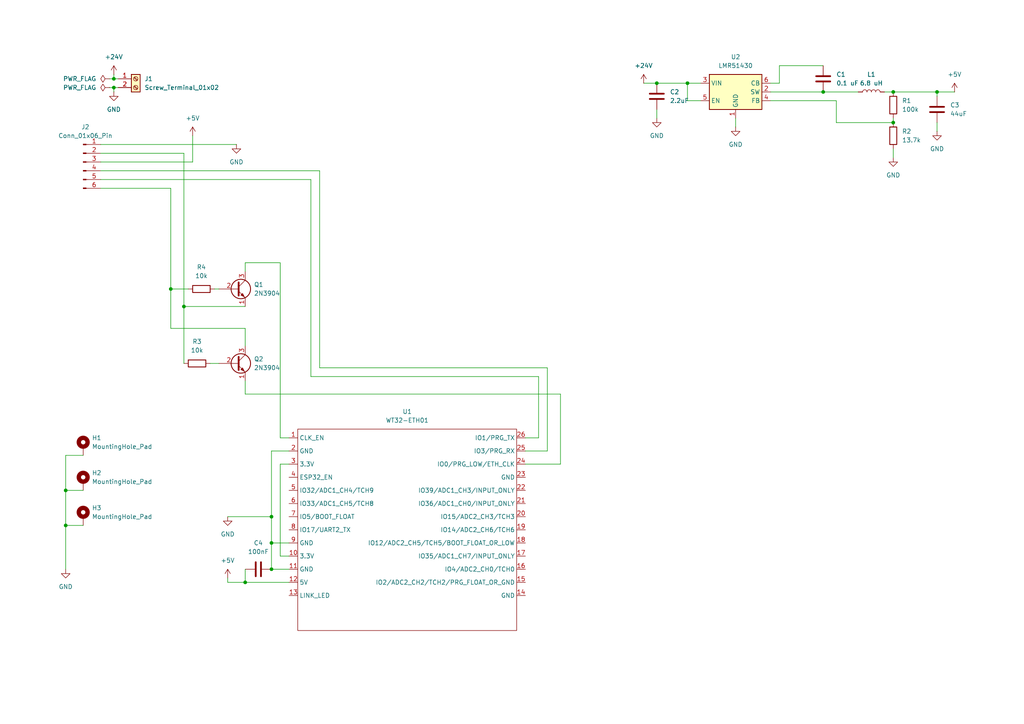
<source format=kicad_sch>
(kicad_sch (version 20231120) (generator "eeschema") (generator_version "8.0")
  (paper "A4")
  (lib_symbols
    (symbol "Connector:Conn_01x06_Pin" (pin_names (offset 1.016) hide)
      (property "Reference" "J" (at 0 7.62 0))
      (property "Value" "Conn_01x06_Pin" (at 0 -10.16 0))
      (symbol "Conn_01x06_Pin_1_1"
        (polyline (pts (xy 1.27 -7.62) (xy 0.8636 -7.62)) (stroke (width 0.1524)))
        (polyline (pts (xy 1.27 -5.08) (xy 0.8636 -5.08)) (stroke (width 0.1524)))
        (polyline (pts (xy 1.27 -2.54) (xy 0.8636 -2.54)) (stroke (width 0.1524)))
        (polyline (pts (xy 1.27 0) (xy 0.8636 0)) (stroke (width 0.1524)))
        (polyline (pts (xy 1.27 2.54) (xy 0.8636 2.54)) (stroke (width 0.1524)))
        (polyline (pts (xy 1.27 5.08) (xy 0.8636 5.08)) (stroke (width 0.1524)))
        (rectangle (start 0.8636 -7.493) (end 0 -7.747) (stroke (width 0.1524)) (fill (type outline)))
        (rectangle (start 0.8636 -4.953) (end 0 -5.207) (stroke (width 0.1524)) (fill (type outline)))
        (rectangle (start 0.8636 -2.413) (end 0 -2.667) (stroke (width 0.1524)) (fill (type outline)))
        (rectangle (start 0.8636 0.127) (end 0 -0.127) (stroke (width 0.1524)) (fill (type outline)))
        (rectangle (start 0.8636 2.667) (end 0 2.413) (stroke (width 0.1524)) (fill (type outline)))
        (rectangle (start 0.8636 5.207) (end 0 4.953) (stroke (width 0.1524)) (fill (type outline)))
        (pin passive line (at 5.08 5.08 180) (length 3.81) (name "Pin_1") (number "1"))
        (pin passive line (at 5.08 2.54 180) (length 3.81) (name "Pin_2") (number "2"))
        (pin passive line (at 5.08 0 180) (length 3.81) (name "Pin_3") (number "3"))
        (pin passive line (at 5.08 -2.54 180) (length 3.81) (name "Pin_4") (number "4"))
        (pin passive line (at 5.08 -5.08 180) (length 3.81) (name "Pin_5") (number "5"))
        (pin passive line (at 5.08 -7.62 180) (length 3.81) (name "Pin_6") (number "6"))
      )
    )
    (symbol "Connector:Screw_Terminal_01x02" (pin_names (offset 1.016) hide)
      (property "Reference" "J" (at 0 2.54 0))
      (property "Value" "Screw_Terminal_01x02" (at 0 -5.08 0))
      (symbol "Screw_Terminal_01x02_1_1"
        (rectangle (start -1.27 1.27) (end 1.27 -3.81) (stroke (width 0.254)) (fill (type background)))
        (circle (center 0 -2.54) (radius 0.635) (stroke (width 0.1524)))
        (polyline (pts (xy -0.5334 -2.2098) (xy 0.3302 -3.048)) (stroke (width 0.1524)))
        (polyline (pts (xy -0.5334 0.3302) (xy 0.3302 -0.508)) (stroke (width 0.1524)))
        (polyline (pts (xy -0.3556 -2.032) (xy 0.508 -2.8702)) (stroke (width 0.1524)))
        (polyline (pts (xy -0.3556 0.508) (xy 0.508 -0.3302)) (stroke (width 0.1524)))
        (circle (center 0 0) (radius 0.635) (stroke (width 0.1524)))
        (pin passive line (at -5.08 0 0) (length 3.81) (name "Pin_1") (number "1"))
        (pin passive line (at -5.08 -2.54 0) (length 3.81) (name "Pin_2") (number "2"))
      )
    )
    (symbol "Device:C" (pin_numbers hide) (pin_names (offset 0.254))
      (property "Reference" "C" (at 0.635 2.54 0))
      (property "Value" "C" (at 0.635 -2.54 0))
      (symbol "C_0_1"
        (polyline (pts (xy -2.032 -0.762) (xy 2.032 -0.762)) (stroke (width 0.508)))
        (polyline (pts (xy -2.032 0.762) (xy 2.032 0.762)) (stroke (width 0.508)))
      )
      (symbol "C_1_1"
        (pin passive line (at 0 3.81 270) (length 2.794) (name "~") (number "1"))
        (pin passive line (at 0 -3.81 90) (length 2.794) (name "~") (number "2"))
      )
    )
    (symbol "Device:L" (pin_numbers hide) (pin_names (offset 1.016) hide)
      (property "Reference" "L" (at -1.27 0 90))
      (property "Value" "L" (at 1.905 0 90))
      (symbol "L_0_1"
        (arc (start 0 -2.54) (mid 0.6323 -1.905) (end 0 -1.27))
        (arc (start 0 -1.27) (mid 0.6323 -0.635) (end 0 0))
        (arc (start 0 0) (mid 0.6323 0.635) (end 0 1.27))
        (arc (start 0 1.27) (mid 0.6323 1.905) (end 0 2.54))
      )
      (symbol "L_1_1"
        (pin passive line (at 0 3.81 270) (length 1.27) (name "1") (number "1"))
        (pin passive line (at 0 -3.81 90) (length 1.27) (name "2") (number "2"))
      )
    )
    (symbol "Device:R" (pin_numbers hide) (pin_names (offset 0))
      (property "Reference" "R" (at 2.032 0 90))
      (property "Value" "R" (at 0 0 90))
      (symbol "R_0_1"
        (rectangle (start -1.016 -2.54) (end 1.016 2.54) (stroke (width 0.254)))
      )
      (symbol "R_1_1"
        (pin passive line (at 0 3.81 270) (length 1.27) (name "~") (number "1"))
        (pin passive line (at 0 -3.81 90) (length 1.27) (name "~") (number "2"))
      )
    )
    (symbol "Mechanical:MountingHole_Pad" (pin_numbers hide) (pin_names (offset 1.016) hide) (exclude_from_sim yes) (in_bom no)
      (property "Reference" "H" (at 0 6.35 0))
      (property "Value" "MountingHole_Pad" (at 0 4.445 0))
      (symbol "MountingHole_Pad_0_1"
        (circle (center 0 1.27) (radius 1.27) (stroke (width 1.27)))
      )
      (symbol "MountingHole_Pad_1_1"
        (pin input line (at 0 -2.54 90) (length 2.54) (name "1") (number "1"))
      )
    )
    (symbol "PhantomVault:WT32-ETH01"
      (property "Reference" "U" (at 0 -22.86 0))
      (property "Value" "WT32-ETH01" (at 0 -25.4 0))
      (symbol "WT32-ETH01_0_1"
        (rectangle (start -31.75 29.21) (end 31.75 -29.21))
      )
      (symbol "WT32-ETH01_1_1"
        (pin bidirectional line (at -34.29 26.67 0) (length 2.54) (name "CLK_EN") (number "1"))
        (pin power_out line (at -34.29 -7.62 0) (length 2.54) (name "3.3V") (number "10"))
        (pin power_in line (at -34.29 -11.43 0) (length 2.54) (name "GND") (number "11"))
        (pin power_in line (at -34.29 -15.24 0) (length 2.54) (name "5V") (number "12"))
        (pin output line (at -34.29 -19.05 0) (length 2.54) (name "LINK_LED") (number "13"))
        (pin power_in line (at 34.29 -19.05 180) (length 2.54) (name "GND") (number "14"))
        (pin bidirectional line (at 34.29 -15.24 180) (length 2.54) (name "IO2/ADC2_CH2/TCH2/PRG_FLOAT_OR_GND") (number "15"))
        (pin bidirectional line (at 34.29 -11.43 180) (length 2.54) (name "IO4/ADC2_CH0/TCH0") (number "16"))
        (pin input line (at 34.29 -7.62 180) (length 2.54) (name "IO35/ADC1_CH7/INPUT_ONLY") (number "17"))
        (pin bidirectional line (at 34.29 -3.81 180) (length 2.54) (name "IO12/ADC2_CH5/TCH5/BOOT_FLOAT_OR_LOW") (number "18"))
        (pin bidirectional line (at 34.29 0 180) (length 2.54) (name "IO14/ADC2_CH6/TCH6") (number "19"))
        (pin power_in line (at -34.29 22.86 0) (length 2.54) (name "GND") (number "2"))
        (pin bidirectional line (at 34.29 3.81 180) (length 2.54) (name "IO15/ADC2_CH3/TCH3") (number "20"))
        (pin input line (at 34.29 7.62 180) (length 2.54) (name "IO36/ADC1_CH0/INPUT_ONLY") (number "21"))
        (pin input line (at 34.29 11.43 180) (length 2.54) (name "IO39/ADC1_CH3/INPUT_ONLY") (number "22"))
        (pin power_in line (at 34.29 15.24 180) (length 2.54) (name "GND") (number "23"))
        (pin bidirectional line (at 34.29 19.05 180) (length 2.54) (name "IO0/PRG_LOW/ETH_CLK") (number "24"))
        (pin bidirectional line (at 34.29 22.86 180) (length 2.54) (name "IO3/PRG_RX") (number "25"))
        (pin bidirectional line (at 34.29 26.67 180) (length 2.54) (name "IO1/PRG_TX") (number "26"))
        (pin power_out line (at -34.29 19.05 0) (length 2.54) (name "3.3V") (number "3"))
        (pin bidirectional line (at -34.29 15.24 0) (length 2.54) (name "ESP32_EN") (number "4"))
        (pin bidirectional line (at -34.29 11.43 0) (length 2.54) (name "IO32/ADC1_CH4/TCH9") (number "5"))
        (pin bidirectional line (at -34.29 7.62 0) (length 2.54) (name "IO33/ADC1_CH5/TCH8") (number "6"))
        (pin bidirectional line (at -34.29 3.81 0) (length 2.54) (name "IO5/BOOT_FLOAT") (number "7"))
        (pin bidirectional line (at -34.29 0 0) (length 2.54) (name "IO17/UART2_TX") (number "8"))
        (pin power_in line (at -34.29 -3.81 0) (length 2.54) (name "GND") (number "9"))
      )
    )
    (symbol "Regulator_Switching:LMR51430"
      (property "Reference" "U" (at -7.62 6.35 0))
      (property "Value" "LMR51430" (at 0 6.35 0))
      (symbol "LMR51430_0_1"
        (rectangle (start -7.62 5.08) (end 7.62 -5.08) (stroke (width 0.254)) (fill (type background)))
      )
      (symbol "LMR51430_1_1"
        (pin power_in line (at 0 -7.62 90) (length 2.54) (name "GND") (number "1"))
        (pin power_out line (at 10.16 0 180) (length 2.54) (name "SW") (number "2"))
        (pin power_in line (at -10.16 2.54 0) (length 2.54) (name "VIN") (number "3"))
        (pin input line (at 10.16 -2.54 180) (length 2.54) (name "FB") (number "4"))
        (pin input line (at -10.16 -2.54 0) (length 2.54) (name "EN") (number "5"))
        (pin passive line (at 10.16 2.54 180) (length 2.54) (name "CB") (number "6"))
      )
    )
    (symbol "Transistor_BJT:2N3904" (pin_names (offset 0) hide)
      (property "Reference" "Q" (at 5.08 1.905 0))
      (property "Value" "2N3904" (at 5.08 0 0))
      (symbol "2N3904_0_1"
        (polyline (pts (xy 0.635 0.635) (xy 2.54 2.54)))
        (polyline (pts (xy 0.635 -0.635) (xy 2.54 -2.54) (xy 2.54 -2.54)))
        (polyline (pts (xy 0.635 1.905) (xy 0.635 -1.905) (xy 0.635 -1.905)) (stroke (width 0.508)))
        (polyline (pts (xy 1.27 -1.778) (xy 1.778 -1.27) (xy 2.286 -2.286) (xy 1.27 -1.778) (xy 1.27 -1.778)) (fill (type outline)))
        (circle (center 1.27 0) (radius 2.8194) (stroke (width 0.254)))
      )
      (symbol "2N3904_1_1"
        (pin passive line (at 2.54 -5.08 90) (length 2.54) (name "E") (number "1"))
        (pin passive line (at -5.08 0 0) (length 5.715) (name "B") (number "2"))
        (pin passive line (at 2.54 5.08 270) (length 2.54) (name "C") (number "3"))
      )
    )
    (symbol "power:+24V" (power) (pin_numbers hide) (pin_names (offset 0) hide)
      (property "Value" "+24V" (at 0 3.556 0))
      (symbol "+24V_0_1"
        (polyline (pts (xy -0.762 1.27) (xy 0 2.54)))
        (polyline (pts (xy 0 0) (xy 0 2.54)))
        (polyline (pts (xy 0 2.54) (xy 0.762 1.27)))
      )
      (symbol "+24V_1_1"
        (pin power_in line (at 0 0 90) (length 0) (name "~") (number "1"))
      )
    )
    (symbol "power:+5V" (power) (pin_numbers hide) (pin_names (offset 0) hide)
      (property "Value" "+5V" (at 0 3.556 0))
      (symbol "+5V_0_1"
        (polyline (pts (xy -0.762 1.27) (xy 0 2.54)))
        (polyline (pts (xy 0 0) (xy 0 2.54)))
        (polyline (pts (xy 0 2.54) (xy 0.762 1.27)))
      )
      (symbol "+5V_1_1"
        (pin power_in line (at 0 0 90) (length 0) (name "~") (number "1"))
      )
    )
    (symbol "power:GND" (power) (pin_numbers hide) (pin_names (offset 0) hide)
      (property "Value" "GND" (at 0 -3.81 0))
      (symbol "GND_0_1"
        (polyline (pts (xy 0 0) (xy 0 -1.27) (xy 1.27 -1.27) (xy 0 -2.54) (xy -1.27 -1.27) (xy 0 -1.27)))
      )
      (symbol "GND_1_1"
        (pin power_in line (at 0 0 270) (length 0) (name "~") (number "1"))
      )
    )
    (symbol "power:PWR_FLAG" (power) (pin_numbers hide) (pin_names (offset 0) hide)
      (property "Value" "PWR_FLAG" (at 0 3.81 0))
      (symbol "PWR_FLAG_0_0"
        (pin power_out line (at 0 0 90) (length 0) (name "~") (number "1"))
      )
      (symbol "PWR_FLAG_0_1"
        (polyline (pts (xy 0 0) (xy 0 1.27) (xy -1.016 1.905) (xy 0 2.54) (xy 1.016 1.905) (xy 0 1.27)))
      )
    )
  )
  (junction (at 78.74 149.86))
  (junction (at 49.53 83.82))
  (junction (at 53.34 88.9))
  (junction (at 19.05 152.4))
  (junction (at 33.02 22.86))
  (junction (at 33.02 25.4))
  (junction (at 259.08 26.67))
  (junction (at 199.39 24.13))
  (junction (at 71.12 168.91))
  (junction (at 271.78 26.67))
  (junction (at 19.05 142.24))
  (junction (at 190.5 24.13))
  (junction (at 78.74 165.1))
  (junction (at 259.08 35.56))
  (junction (at 238.76 26.67))
  (junction (at 78.74 157.48))
  (wire (pts (xy 53.34 88.9) (xy 53.34 105.41)))
  (wire (pts (xy 71.12 165.1) (xy 71.12 168.91)))
  (wire (pts (xy 259.08 34.29) (xy 259.08 35.56)))
  (wire (pts (xy 223.52 29.21) (xy 242.57 29.21)))
  (wire (pts (xy 71.12 95.25) (xy 49.53 95.25)))
  (wire (pts (xy 238.76 26.67) (xy 248.92 26.67)))
  (wire (pts (xy 34.29 25.4) (xy 33.02 25.4)))
  (wire (pts (xy 81.28 76.2) (xy 71.12 76.2)))
  (wire (pts (xy 90.17 109.22) (xy 90.17 52.07)))
  (wire (pts (xy 259.08 43.18) (xy 259.08 45.72)))
  (wire (pts (xy 53.34 88.9) (xy 71.12 88.9)))
  (wire (pts (xy 29.21 41.91) (xy 68.58 41.91)))
  (wire (pts (xy 223.52 24.13) (xy 226.06 24.13)))
  (wire (pts (xy 31.75 22.86) (xy 33.02 22.86)))
  (wire (pts (xy 156.21 109.22) (xy 90.17 109.22)))
  (wire (pts (xy 242.57 29.21) (xy 242.57 35.56)))
  (wire (pts (xy 49.53 95.25) (xy 49.53 83.82)))
  (wire (pts (xy 33.02 22.86) (xy 33.02 21.59)))
  (wire (pts (xy 156.21 127) (xy 156.21 109.22)))
  (wire (pts (xy 34.29 22.86) (xy 33.02 22.86)))
  (wire (pts (xy 55.88 39.37) (xy 55.88 46.99)))
  (wire (pts (xy 186.69 24.13) (xy 190.5 24.13)))
  (wire (pts (xy 259.08 26.67) (xy 271.78 26.67)))
  (wire (pts (xy 190.5 31.75) (xy 190.5 34.29)))
  (wire (pts (xy 49.53 83.82) (xy 49.53 54.61)))
  (wire (pts (xy 152.4 127) (xy 156.21 127)))
  (wire (pts (xy 78.74 157.48) (xy 78.74 149.86)))
  (wire (pts (xy 78.74 130.81) (xy 83.82 130.81)))
  (wire (pts (xy 29.21 49.53) (xy 92.71 49.53)))
  (wire (pts (xy 158.75 130.81) (xy 152.4 130.81)))
  (wire (pts (xy 66.04 149.86) (xy 78.74 149.86)))
  (wire (pts (xy 81.28 161.29) (xy 81.28 134.62)))
  (wire (pts (xy 71.12 110.49) (xy 71.12 114.3)))
  (wire (pts (xy 19.05 132.08) (xy 19.05 142.24)))
  (wire (pts (xy 162.56 134.62) (xy 152.4 134.62)))
  (wire (pts (xy 213.36 34.29) (xy 213.36 36.83)))
  (wire (pts (xy 24.13 142.24) (xy 19.05 142.24)))
  (wire (pts (xy 66.04 167.64) (xy 66.04 168.91)))
  (wire (pts (xy 31.75 25.4) (xy 33.02 25.4)))
  (wire (pts (xy 24.13 152.4) (xy 19.05 152.4)))
  (wire (pts (xy 33.02 25.4) (xy 33.02 26.67)))
  (wire (pts (xy 203.2 29.21) (xy 199.39 29.21)))
  (wire (pts (xy 158.75 106.68) (xy 158.75 130.81)))
  (wire (pts (xy 71.12 76.2) (xy 71.12 78.74)))
  (wire (pts (xy 92.71 106.68) (xy 158.75 106.68)))
  (wire (pts (xy 190.5 24.13) (xy 199.39 24.13)))
  (wire (pts (xy 271.78 26.67) (xy 276.86 26.67)))
  (wire (pts (xy 223.52 26.67) (xy 238.76 26.67)))
  (wire (pts (xy 49.53 54.61) (xy 29.21 54.61)))
  (wire (pts (xy 78.74 165.1) (xy 78.74 157.48)))
  (wire (pts (xy 78.74 165.1) (xy 83.82 165.1)))
  (wire (pts (xy 19.05 142.24) (xy 19.05 152.4)))
  (wire (pts (xy 66.04 168.91) (xy 71.12 168.91)))
  (wire (pts (xy 92.71 49.53) (xy 92.71 106.68)))
  (wire (pts (xy 83.82 161.29) (xy 81.28 161.29)))
  (wire (pts (xy 90.17 52.07) (xy 29.21 52.07)))
  (wire (pts (xy 242.57 35.56) (xy 259.08 35.56)))
  (wire (pts (xy 81.28 134.62) (xy 83.82 134.62)))
  (wire (pts (xy 162.56 114.3) (xy 162.56 134.62)))
  (wire (pts (xy 226.06 24.13) (xy 226.06 19.05)))
  (wire (pts (xy 78.74 157.48) (xy 83.82 157.48)))
  (wire (pts (xy 71.12 114.3) (xy 162.56 114.3)))
  (wire (pts (xy 71.12 100.33) (xy 71.12 95.25)))
  (wire (pts (xy 19.05 152.4) (xy 19.05 165.1)))
  (wire (pts (xy 62.23 83.82) (xy 63.5 83.82)))
  (wire (pts (xy 271.78 26.67) (xy 271.78 27.94)))
  (wire (pts (xy 71.12 168.91) (xy 83.82 168.91)))
  (wire (pts (xy 81.28 127) (xy 81.28 76.2)))
  (wire (pts (xy 60.96 105.41) (xy 63.5 105.41)))
  (wire (pts (xy 24.13 132.08) (xy 19.05 132.08)))
  (wire (pts (xy 29.21 46.99) (xy 55.88 46.99)))
  (wire (pts (xy 53.34 44.45) (xy 29.21 44.45)))
  (wire (pts (xy 199.39 29.21) (xy 199.39 24.13)))
  (wire (pts (xy 83.82 127) (xy 81.28 127)))
  (wire (pts (xy 271.78 35.56) (xy 271.78 38.1)))
  (wire (pts (xy 78.74 149.86) (xy 78.74 130.81)))
  (wire (pts (xy 199.39 24.13) (xy 203.2 24.13)))
  (wire (pts (xy 49.53 83.82) (xy 54.61 83.82)))
  (wire (pts (xy 226.06 19.05) (xy 238.76 19.05)))
  (wire (pts (xy 53.34 88.9) (xy 53.34 44.45)))
  (wire (pts (xy 256.54 26.67) (xy 259.08 26.67)))
  (symbol (lib_id "power:GND") (at 33.02 26.67 0) (unit 1)
    (property "Reference" "#PWR01" (effects (hide yes)))
    (property "Value" "GND" (at 33.02 31.75 0))
    (property "Description" "Power symbol creates a global label with name \"GND\" , ground" (effects (hide yes)))
  )
  (symbol (lib_id "Device:R") (at 259.08 39.37 0) (unit 1)
    (property "Reference" "R2" (at 261.62 38.0999 0) (effects (justify left)))
    (property "Value" "13.7k" (at 261.62 40.6399 0) (effects (justify left)))
    (property "Footprint" "Resistor_SMD:R_0603_1608Metric_Pad0.98x0.95mm_HandSolder" (effects (hide yes)))
    (property "Description" "Resistor" (effects (hide yes)))
  )
  (symbol (lib_id "Connector:Conn_01x06_Pin") (at 24.13 46.99 0) (unit 1)
    (property "Reference" "J2" (at 24.765 36.83 0))
    (property "Value" "Conn_01x06_Pin" (at 24.765 39.37 0))
    (property "Footprint" "Connector_PinHeader_2.54mm:PinHeader_1x06_P2.54mm_Vertical" (effects (hide yes)))
    (property "Description" "Generic connector, single row, 01x06, script generated" (effects (hide yes)))
  )
  (symbol (lib_id "Device:R") (at 57.15 105.41 90) (unit 1)
    (property "Reference" "R3" (at 57.15 99.06 90))
    (property "Value" "10k" (at 57.15 101.6 90))
    (property "Footprint" "Resistor_SMD:R_0603_1608Metric_Pad0.98x0.95mm_HandSolder" (effects (hide yes)))
    (property "Description" "Resistor" (effects (hide yes)))
  )
  (symbol (lib_id "Mechanical:MountingHole_Pad") (at 24.13 129.54 0) (unit 1) (exclude_from_sim yes) (in_bom no)
    (property "Reference" "H1" (at 26.67 126.9999 0) (effects (justify left)))
    (property "Value" "MountingHole_Pad" (at 26.67 129.5399 0) (effects (justify left)))
    (property "Footprint" "MountingHole:MountingHole_3.2mm_M3_DIN965_Pad" (effects (hide yes)))
    (property "Description" "Mounting Hole with connection" (effects (hide yes)))
  )
  (symbol (lib_id "power:+5V") (at 66.04 167.64 0) (unit 1)
    (property "Reference" "#PWR09" (effects (hide yes)))
    (property "Value" "+5V" (at 66.04 162.56 0))
    (property "Description" "Power symbol creates a global label with name \"+5V\"" (effects (hide yes)))
  )
  (symbol (lib_id "power:+24V") (at 186.69 24.13 0) (unit 1)
    (property "Reference" "#PWR04" (effects (hide yes)))
    (property "Value" "+24V" (at 186.69 19.05 0))
    (property "Description" "Power symbol creates a global label with name \"+24V\"" (effects (hide yes)))
  )
  (symbol (lib_id "Transistor_BJT:2N3904") (at 68.58 83.82 0) (unit 1)
    (property "Reference" "Q1" (at 73.66 82.5499 0) (effects (justify left)))
    (property "Value" "2N3904" (at 73.66 85.0899 0) (effects (justify left)))
    (property "Footprint" "Package_TO_SOT_THT:TO-92_Inline" (effects (hide yes)))
    (property "Datasheet" "https://www.onsemi.com/pub/Collateral/2N3903-D.PDF" (effects (hide yes)))
    (property "Description" "0.2A Ic, 40V Vce, Small Signal NPN Transistor, TO-92" (effects (hide yes)))
  )
  (symbol (lib_id "power:+24V") (at 33.02 21.59 0) (unit 1)
    (property "Reference" "#PWR02" (effects (hide yes)))
    (property "Value" "+24V" (at 33.02 16.51 0))
    (property "Description" "Power symbol creates a global label with name \"+24V\"" (effects (hide yes)))
  )
  (symbol (lib_id "Transistor_BJT:2N3904") (at 68.58 105.41 0) (unit 1)
    (property "Reference" "Q2" (at 73.66 104.1399 0) (effects (justify left)))
    (property "Value" "2N3904" (at 73.66 106.6799 0) (effects (justify left)))
    (property "Footprint" "Package_TO_SOT_THT:TO-92_Inline" (effects (hide yes)))
    (property "Datasheet" "https://www.onsemi.com/pub/Collateral/2N3903-D.PDF" (effects (hide yes)))
    (property "Description" "0.2A Ic, 40V Vce, Small Signal NPN Transistor, TO-92" (effects (hide yes)))
  )
  (symbol (lib_id "Device:C") (at 74.93 165.1 90) (unit 1)
    (property "Reference" "C4" (at 74.93 157.48 90))
    (property "Value" "100nF" (at 74.93 160.02 90))
    (property "Footprint" "Capacitor_SMD:C_0603_1608Metric_Pad1.08x0.95mm_HandSolder" (effects (hide yes)))
    (property "Description" "Unpolarized capacitor" (effects (hide yes)))
  )
  (symbol (lib_id "Device:C") (at 271.78 31.75 0) (unit 1)
    (property "Reference" "C3" (at 275.59 30.4799 0) (effects (justify left)))
    (property "Value" "44uF" (at 275.59 33.0199 0) (effects (justify left)))
    (property "Footprint" "Capacitor_SMD:C_0603_1608Metric_Pad1.08x0.95mm_HandSolder" (effects (hide yes)))
    (property "Description" "Unpolarized capacitor" (effects (hide yes)))
  )
  (symbol (lib_id "power:+5V") (at 276.86 26.67 0) (unit 1)
    (property "Reference" "#PWR03" (effects (hide yes)))
    (property "Value" "+5V" (at 276.86 21.59 0))
    (property "Description" "Power symbol creates a global label with name \"+5V\"" (effects (hide yes)))
  )
  (symbol (lib_id "power:PWR_FLAG") (at 31.75 22.86 90) (unit 1)
    (property "Reference" "#FLG01" (effects (hide yes)))
    (property "Value" "PWR_FLAG" (at 27.94 22.8599 90) (effects (justify left)))
    (property "Description" "Special symbol for telling ERC where power comes from" (effects (hide yes)))
  )
  (symbol (lib_id "power:GND") (at 259.08 45.72 0) (unit 1)
    (property "Reference" "#PWR07" (effects (hide yes)))
    (property "Value" "GND" (at 259.08 50.8 0))
    (property "Description" "Power symbol creates a global label with name \"GND\" , ground" (effects (hide yes)))
  )
  (symbol (lib_id "Device:C") (at 190.5 27.94 0) (unit 1)
    (property "Reference" "C2" (at 194.31 26.6699 0) (effects (justify left)))
    (property "Value" "2.2uF" (at 194.31 29.2099 0) (effects (justify left)))
    (property "Footprint" "Capacitor_SMD:C_0603_1608Metric_Pad1.08x0.95mm_HandSolder" (effects (hide yes)))
    (property "Description" "Unpolarized capacitor" (effects (hide yes)))
  )
  (symbol (lib_id "power:GND") (at 19.05 165.1 0) (unit 1)
    (property "Reference" "#PWR013" (effects (hide yes)))
    (property "Value" "GND" (at 19.05 170.18 0))
    (property "Description" "Power symbol creates a global label with name \"GND\" , ground" (effects (hide yes)))
  )
  (symbol (lib_id "power:GND") (at 68.58 41.91 0) (unit 1)
    (property "Reference" "#PWR011" (effects (hide yes)))
    (property "Value" "GND" (at 68.58 46.99 0))
    (property "Description" "Power symbol creates a global label with name \"GND\" , ground" (effects (hide yes)))
  )
  (symbol (lib_id "Device:R") (at 259.08 30.48 0) (unit 1)
    (property "Reference" "R1" (at 261.62 29.2099 0) (effects (justify left)))
    (property "Value" "100k" (at 261.62 31.7499 0) (effects (justify left)))
    (property "Footprint" "Resistor_SMD:R_0603_1608Metric_Pad0.98x0.95mm_HandSolder" (effects (hide yes)))
    (property "Description" "Resistor" (effects (hide yes)))
  )
  (symbol (lib_id "Device:C") (at 238.76 22.86 0) (unit 1)
    (property "Reference" "C1" (at 242.57 21.5899 0) (effects (justify left)))
    (property "Value" "0.1 uF" (at 242.57 24.1299 0) (effects (justify left)))
    (property "Footprint" "Capacitor_SMD:C_0603_1608Metric_Pad1.08x0.95mm_HandSolder" (effects (hide yes)))
    (property "Description" "Unpolarized capacitor" (effects (hide yes)))
  )
  (symbol (lib_id "Regulator_Switching:LMR51430") (at 213.36 26.67 0) (unit 1)
    (property "Reference" "U2" (at 213.36 16.51 0))
    (property "Value" "LMR51430" (at 213.36 19.05 0))
    (property "Footprint" "Package_TO_SOT_SMD:SOT-23-6" (effects (hide yes)))
    (property "Datasheet" "https://www.ti.com/lit/ds/symlink/lmr51430.pdf" (effects (hide yes)))
    (property "Description" "4.5-V to 36-V, 3-A synchronous buck converter with 40-µA IQ, SOT-23-6" (effects (hide yes)))
  )
  (symbol (lib_id "Mechanical:MountingHole_Pad") (at 24.13 149.86 0) (unit 1) (exclude_from_sim yes) (in_bom no)
    (property "Reference" "H3" (at 26.67 147.3199 0) (effects (justify left)))
    (property "Value" "MountingHole_Pad" (at 26.67 149.8599 0) (effects (justify left)))
    (property "Footprint" "MountingHole:MountingHole_3.2mm_M3_DIN965_Pad" (effects (hide yes)))
    (property "Description" "Mounting Hole with connection" (effects (hide yes)))
  )
  (symbol (lib_id "Mechanical:MountingHole_Pad") (at 24.13 139.7 0) (unit 1) (exclude_from_sim yes) (in_bom no)
    (property "Reference" "H2" (at 26.67 137.1599 0) (effects (justify left)))
    (property "Value" "MountingHole_Pad" (at 26.67 139.6999 0) (effects (justify left)))
    (property "Footprint" "MountingHole:MountingHole_3.2mm_M3_DIN965_Pad" (effects (hide yes)))
    (property "Description" "Mounting Hole with connection" (effects (hide yes)))
  )
  (symbol (lib_id "power:GND") (at 66.04 149.86 0) (unit 1)
    (property "Reference" "#PWR010" (effects (hide yes)))
    (property "Value" "GND" (at 66.04 154.94 0))
    (property "Description" "Power symbol creates a global label with name \"GND\" , ground" (effects (hide yes)))
  )
  (symbol (lib_id "power:+5V") (at 55.88 39.37 0) (unit 1)
    (property "Reference" "#PWR012" (effects (hide yes)))
    (property "Value" "+5V" (at 55.88 34.29 0))
    (property "Description" "Power symbol creates a global label with name \"+5V\"" (effects (hide yes)))
  )
  (symbol (lib_id "Device:R") (at 58.42 83.82 90) (unit 1)
    (property "Reference" "R4" (at 58.42 77.47 90))
    (property "Value" "10k" (at 58.42 80.01 90))
    (property "Footprint" "Resistor_SMD:R_0603_1608Metric_Pad0.98x0.95mm_HandSolder" (effects (hide yes)))
    (property "Description" "Resistor" (effects (hide yes)))
  )
  (symbol (lib_id "PhantomVault:WT32-ETH01") (at 118.11 153.67 0) (unit 1)
    (property "Reference" "U1" (at 118.11 119.38 0))
    (property "Value" "WT32-ETH01" (at 118.11 121.92 0))
    (property "Footprint" "WT32-ETH01:WT32-ETH01" (effects (hide yes)))
    (property "Description" "An ESP32 Dev board with onboard ethernet. Produced by wireless-tag." (effects (hide yes)))
  )
  (symbol (lib_id "power:PWR_FLAG") (at 31.75 25.4 90) (unit 1)
    (property "Reference" "#FLG02" (effects (hide yes)))
    (property "Value" "PWR_FLAG" (at 27.94 25.3999 90) (effects (justify left)))
    (property "Description" "Special symbol for telling ERC where power comes from" (effects (hide yes)))
  )
  (symbol (lib_id "Device:L") (at 252.73 26.67 90) (unit 1)
    (property "Reference" "L1" (at 252.73 21.59 90))
    (property "Value" "6.8 uH" (at 252.73 24.13 90))
    (property "Footprint" "generic:L0603" (effects (hide yes)))
    (property "Description" "Inductor" (effects (hide yes)))
  )
  (symbol (lib_id "Connector:Screw_Terminal_01x02") (at 39.37 22.86 0) (unit 1)
    (property "Reference" "J1" (at 41.91 22.8599 0) (effects (justify left)))
    (property "Value" "Screw_Terminal_01x02" (at 41.91 25.3999 0) (effects (justify left)))
    (property "Footprint" "TerminalBlock_Phoenix:TerminalBlock_Phoenix_MKDS-3-2-5.08_1x02_P5.08mm_Horizontal" (effects (hide yes)))
    (property "Description" "Generic screw terminal, single row, 01x02, script generated (kicad-library-utils/schlib/autogen/connector/)" (effects (hide yes)))
  )
  (symbol (lib_id "power:GND") (at 190.5 34.29 0) (unit 1)
    (property "Reference" "#PWR06" (effects (hide yes)))
    (property "Value" "GND" (at 190.5 39.37 0))
    (property "Description" "Power symbol creates a global label with name \"GND\" , ground" (effects (hide yes)))
  )
  (symbol (lib_id "power:GND") (at 213.36 36.83 0) (unit 1)
    (property "Reference" "#PWR05" (effects (hide yes)))
    (property "Value" "GND" (at 213.36 41.91 0))
    (property "Description" "Power symbol creates a global label with name \"GND\" , ground" (effects (hide yes)))
  )
  (symbol (lib_id "power:GND") (at 271.78 38.1 0) (unit 1)
    (property "Reference" "#PWR08" (effects (hide yes)))
    (property "Value" "GND" (at 271.78 43.18 0))
    (property "Description" "Power symbol creates a global label with name \"GND\" , ground" (effects (hide yes)))
  )
)
</source>
